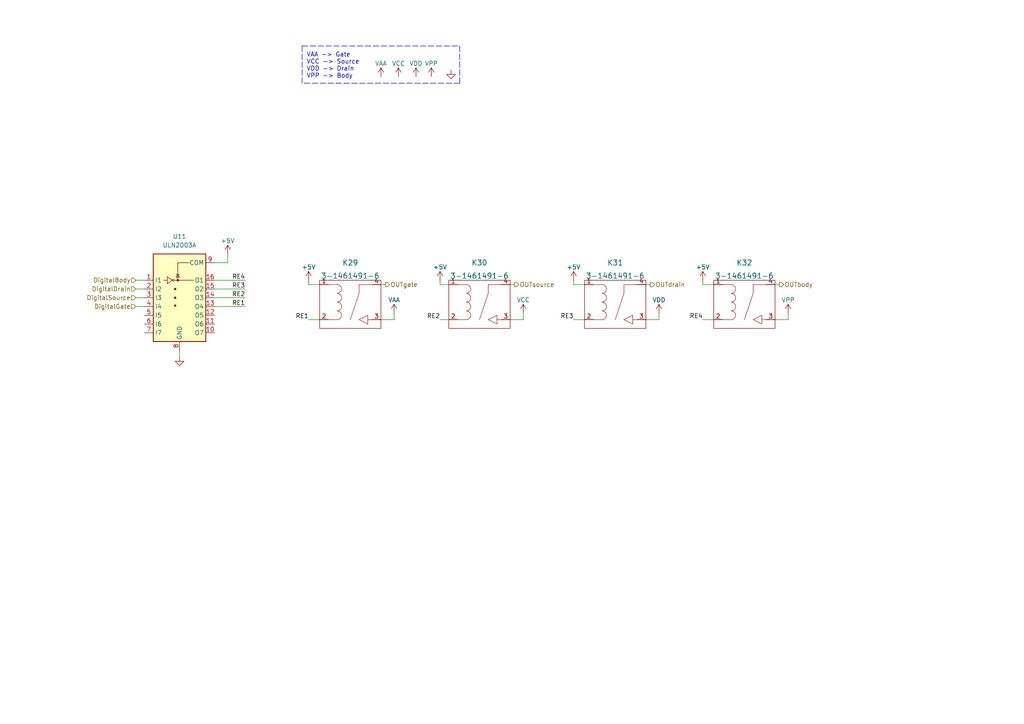
<source format=kicad_sch>
(kicad_sch (version 20211123) (generator eeschema)
  (paper "A4")
  (lib_symbols
    (symbol "IFS_Wire:3-1461491-6" (pin_names (offset 0))
      (property "Reference" "K" (at 20.32 10.16 0))
      (property "Value" "3-1461491-6" (at 20.32 7.62 0))
      (symbol "3-1461491-6_0_0"
        (pin unspecified line (at 15.24 0 0) (length 2.54) (name "") (number "1"))
        (pin unspecified line (at 15.24 -10.16 0) (length 2.54) (name "") (number "2"))
        (pin unspecified line (at 33.02 -10.16 180) (length 2.54) (name "") (number "3"))
        (pin unspecified line (at 33.02 0 180) (length 2.54) (name "") (number "4"))
      )
      (symbol "3-1461491-6_1_1"
        (polyline (pts (xy 17.78 -10.16) (xy 20.32 -10.16)) (stroke (width 0.127)))
        (polyline (pts (xy 17.78 0) (xy 20.32 0)) (stroke (width 0.127)))
        (polyline (pts (xy 24.13 -10.16) (xy 26.67 -2.54)) (stroke (width 0.127)))
        (polyline (pts (xy 26.67 -10.16) (xy 29.21 -8.89)) (stroke (width 0.127)))
        (polyline (pts (xy 26.67 -2.54) (xy 26.67 0)) (stroke (width 0.127)))
        (polyline (pts (xy 26.67 0) (xy 30.48 0)) (stroke (width 0.127)))
        (polyline (pts (xy 29.21 -11.43) (xy 26.67 -10.16)) (stroke (width 0.127)))
        (polyline (pts (xy 29.21 -8.89) (xy 29.21 -11.43)) (stroke (width 0.127)))
        (polyline (pts (xy 30.48 -10.16) (xy 29.21 -10.16)) (stroke (width 0.127)))
        (rectangle (start 15.24 1.27) (end 33.02 -12.7))
        (arc (start 20.32 -10.16) (mid 21.59 -8.89) (end 20.32 -7.62) (stroke (width 0.127)))
        (arc (start 20.32 -7.62) (mid 21.59 -6.35) (end 20.32 -5.08) (stroke (width 0.127)))
        (arc (start 20.32 -5.08) (mid 21.59 -3.81) (end 20.32 -2.54) (stroke (width 0.127)))
        (arc (start 20.32 -2.54) (mid 21.59 -1.27) (end 20.32 0) (stroke (width 0.127)))
      )
    )
    (symbol "Transistor_Array:ULN2003A"
      (property "Reference" "U" (at 0 15.875 0))
      (property "Value" "ULN2003A" (at 0 13.97 0))
      (symbol "ULN2003A_0_1"
        (rectangle (start -7.62 -12.7) (end 7.62 12.7) (stroke (width 0.254)) (fill (type background)))
        (circle (center -1.778 5.08) (radius 0.254))
        (circle (center -1.27 -2.286) (radius 0.254) (fill (type outline)))
        (circle (center -1.27 0) (radius 0.254) (fill (type outline)))
        (circle (center -1.27 2.54) (radius 0.254) (fill (type outline)))
        (circle (center -0.508 5.08) (radius 0.254) (fill (type outline)))
        (polyline (pts (xy -4.572 5.08) (xy -3.556 5.08)))
        (polyline (pts (xy -1.524 5.08) (xy 4.064 5.08)))
        (polyline (pts (xy 0 6.731) (xy -1.016 6.731)))
        (polyline (pts (xy -0.508 5.08) (xy -0.508 10.16) (xy 2.921 10.16)))
        (polyline (pts (xy -3.556 6.096) (xy -3.556 4.064) (xy -2.032 5.08) (xy -3.556 6.096)))
        (polyline (pts (xy 0 5.969) (xy -1.016 5.969) (xy -0.508 6.731) (xy 0 5.969)))
      )
      (symbol "ULN2003A_1_1"
        (pin input line (at -10.16 5.08 0) (length 2.54) (name "I1") (number "1"))
        (pin open_collector line (at 10.16 -10.16 180) (length 2.54) (name "O7") (number "10"))
        (pin open_collector line (at 10.16 -7.62 180) (length 2.54) (name "O6") (number "11"))
        (pin open_collector line (at 10.16 -5.08 180) (length 2.54) (name "O5") (number "12"))
        (pin open_collector line (at 10.16 -2.54 180) (length 2.54) (name "O4") (number "13"))
        (pin open_collector line (at 10.16 0 180) (length 2.54) (name "O3") (number "14"))
        (pin open_collector line (at 10.16 2.54 180) (length 2.54) (name "O2") (number "15"))
        (pin open_collector line (at 10.16 5.08 180) (length 2.54) (name "O1") (number "16"))
        (pin input line (at -10.16 2.54 0) (length 2.54) (name "I2") (number "2"))
        (pin input line (at -10.16 0 0) (length 2.54) (name "I3") (number "3"))
        (pin input line (at -10.16 -2.54 0) (length 2.54) (name "I4") (number "4"))
        (pin input line (at -10.16 -5.08 0) (length 2.54) (name "I5") (number "5"))
        (pin input line (at -10.16 -7.62 0) (length 2.54) (name "I6") (number "6"))
        (pin input line (at -10.16 -10.16 0) (length 2.54) (name "I7") (number "7"))
        (pin power_in line (at 0 -15.24 90) (length 2.54) (name "GND") (number "8"))
        (pin passive line (at 10.16 10.16 180) (length 2.54) (name "COM") (number "9"))
      )
    )
    (symbol "power:+5V" (power) (pin_names (offset 0))
      (property "Value" "+5V" (at 0 3.556 0))
      (symbol "+5V_0_1"
        (polyline (pts (xy -0.762 1.27) (xy 0 2.54)))
        (polyline (pts (xy 0 0) (xy 0 2.54)))
        (polyline (pts (xy 0 2.54) (xy 0.762 1.27)))
      )
      (symbol "+5V_1_1"
        (pin power_in line (at 0 0 90) (length 0) hide (name "+5V") (number "1"))
      )
    )
    (symbol "power:GND" (power) (pin_names (offset 0))
      (property "Value" "GND" (at 0 -3.81 0))
      (symbol "GND_0_1"
        (polyline (pts (xy 0 0) (xy 0 -1.27) (xy 1.27 -1.27) (xy 0 -2.54) (xy -1.27 -1.27) (xy 0 -1.27)))
      )
      (symbol "GND_1_1"
        (pin power_in line (at 0 0 270) (length 0) hide (name "GND") (number "1"))
      )
    )
    (symbol "power:VAA" (power) (pin_names (offset 0))
      (property "Value" "VAA" (at 0 3.81 0))
      (symbol "VAA_0_1"
        (polyline (pts (xy -0.762 1.27) (xy 0 2.54)))
        (polyline (pts (xy 0 0) (xy 0 2.54)))
        (polyline (pts (xy 0 2.54) (xy 0.762 1.27)))
      )
      (symbol "VAA_1_1"
        (pin power_in line (at 0 0 90) (length 0) hide (name "VAA") (number "1"))
      )
    )
    (symbol "power:VCC" (power) (pin_names (offset 0))
      (property "Value" "VCC" (at 0 3.81 0))
      (symbol "VCC_0_1"
        (polyline (pts (xy -0.762 1.27) (xy 0 2.54)))
        (polyline (pts (xy 0 0) (xy 0 2.54)))
        (polyline (pts (xy 0 2.54) (xy 0.762 1.27)))
      )
      (symbol "VCC_1_1"
        (pin power_in line (at 0 0 90) (length 0) hide (name "VCC") (number "1"))
      )
    )
    (symbol "power:VDD" (power) (pin_names (offset 0))
      (property "Value" "VDD" (at 0 3.81 0))
      (symbol "VDD_0_1"
        (polyline (pts (xy -0.762 1.27) (xy 0 2.54)))
        (polyline (pts (xy 0 0) (xy 0 2.54)))
        (polyline (pts (xy 0 2.54) (xy 0.762 1.27)))
      )
      (symbol "VDD_1_1"
        (pin power_in line (at 0 0 90) (length 0) hide (name "VDD") (number "1"))
      )
    )
    (symbol "power:VPP" (power) (pin_names (offset 0))
      (property "Value" "VPP" (at 0 3.81 0))
      (symbol "VPP_0_1"
        (polyline (pts (xy -0.762 1.27) (xy 0 2.54)))
        (polyline (pts (xy 0 0) (xy 0 2.54)))
        (polyline (pts (xy 0 2.54) (xy 0.762 1.27)))
      )
      (symbol "VPP_1_1"
        (pin power_in line (at 0 0 90) (length 0) hide (name "VPP") (number "1"))
      )
    )
  )
  (wire (pts (xy 203.835 92.71) (xy 207.01 92.71)))
  (wire (pts (xy 62.23 86.36) (xy 71.12 86.36)))
  (wire (pts (xy 224.79 82.55) (xy 226.06 82.55)))
  (wire (pts (xy 114.3 90.805) (xy 114.3 92.71)))
  (wire (pts (xy 203.835 82.55) (xy 203.835 81.28)))
  (wire (pts (xy 66.04 73.66) (xy 66.04 76.2)))
  (wire (pts (xy 52.07 101.6) (xy 52.07 103.505)))
  (polyline (pts (xy 133.35 13.335) (xy 133.35 24.13)))
  (wire (pts (xy 166.37 82.55) (xy 166.37 81.28)))
  (wire (pts (xy 127.635 82.55) (xy 130.175 82.55)))
  (wire (pts (xy 89.535 92.71) (xy 92.71 92.71)))
  (wire (pts (xy 62.23 88.9) (xy 71.12 88.9)))
  (wire (pts (xy 151.765 90.805) (xy 151.765 92.71)))
  (wire (pts (xy 39.37 88.9) (xy 41.91 88.9)))
  (wire (pts (xy 39.37 81.28) (xy 41.91 81.28)))
  (wire (pts (xy 89.535 82.55) (xy 89.535 81.28)))
  (wire (pts (xy 39.37 83.82) (xy 41.91 83.82)))
  (wire (pts (xy 127.635 92.71) (xy 130.175 92.71)))
  (wire (pts (xy 151.765 92.71) (xy 147.955 92.71)))
  (wire (pts (xy 166.37 92.71) (xy 169.545 92.71)))
  (wire (pts (xy 191.135 92.71) (xy 187.325 92.71)))
  (wire (pts (xy 89.535 82.55) (xy 92.71 82.55)))
  (wire (pts (xy 62.23 81.28) (xy 71.12 81.28)))
  (polyline (pts (xy 87.63 13.335) (xy 87.63 24.13)))
  (wire (pts (xy 166.37 82.55) (xy 169.545 82.55)))
  (wire (pts (xy 110.49 82.55) (xy 111.76 82.55)))
  (wire (pts (xy 62.23 83.82) (xy 71.12 83.82)))
  (polyline (pts (xy 133.35 24.13) (xy 87.63 24.13)))
  (wire (pts (xy 228.6 90.805) (xy 228.6 92.71)))
  (wire (pts (xy 114.3 92.71) (xy 110.49 92.71)))
  (wire (pts (xy 203.835 82.55) (xy 207.01 82.55)))
  (wire (pts (xy 39.37 86.36) (xy 41.91 86.36)))
  (wire (pts (xy 127.635 82.55) (xy 127.635 81.28)))
  (wire (pts (xy 187.325 82.55) (xy 188.595 82.55)))
  (wire (pts (xy 62.23 76.2) (xy 66.04 76.2)))
  (wire (pts (xy 228.6 92.71) (xy 224.79 92.71)))
  (wire (pts (xy 191.135 90.805) (xy 191.135 92.71)))
  (wire (pts (xy 147.955 82.55) (xy 149.225 82.55)))
  (polyline (pts (xy 87.63 13.335) (xy 133.35 13.335)))
  (text "VAA -> Gate\nVCC -> Source\nVDD -> Drain\nVPP -> Body" (at 88.9 22.86 0) (effects (font (size 1.27 1.27)) (justify left bottom)))
  (label "RE3" (at 71.12 83.82 180))
  (label "RE4" (at 71.12 81.28 180))
  (label "RE4" (at 203.835 92.71 180))
  (label "RE2" (at 127.635 92.71 180))
  (label "RE1" (at 89.535 92.71 180))
  (label "RE1" (at 71.12 88.9 180))
  (label "RE2" (at 71.12 86.36 180))
  (label "RE3" (at 166.37 92.71 180))
  (hierarchical_label "OUTbody" (shape output) (at 226.06 82.55 0))
  (hierarchical_label "DigitalDrain" (shape input) (at 39.37 83.82 180))
  (hierarchical_label "DigitalBody" (shape input) (at 39.37 81.28 180))
  (hierarchical_label "DigitalGate" (shape input) (at 39.37 88.9 180))
  (hierarchical_label "OUTgate" (shape output) (at 111.76 82.55 0))
  (hierarchical_label "DigitalSource" (shape input) (at 39.37 86.36 180))
  (hierarchical_label "OUTsource" (shape output) (at 149.225 82.55 0))
  (hierarchical_label "OUTdrain" (shape output) (at 188.595 82.55 0))
  (symbol (lib_id "Transistor_Array:ULN2003A") (at 52.07 86.36 0)
    (property "Reference" "U11" (at 52.07 68.58 0))
    (property "Value" "ULN2003A" (at 52.07 71.12 0))
    (property "Footprint" "Package_SO:SOIC-16_3.9x9.9mm_P1.27mm" (effects hide))
    (property "Datasheet" "http://www.ti.com/lit/ds/symlink/uln2003a.pdf" (effects hide))
  )
  (symbol (lib_id "power:+5V") (at 166.37 81.28 0)
    (property "Reference" "#PWR0280" (effects hide))
    (property "Value" "+5V" (at 166.37 77.47 0))
  )
  (symbol (lib_id "power:VPP") (at 125.095 22.225 0)
    (property "Reference" "#PWR0284" (effects hide))
    (property "Value" "VPP" (at 125.095 18.415 0))
  )
  (symbol (lib_id "power:VAA") (at 110.49 22.225 0)
    (property "Reference" "#PWR0286" (effects hide))
    (property "Value" "VAA" (at 110.49 18.415 0))
  )
  (symbol (lib_id "power:+5V") (at 66.04 73.66 0)
    (property "Reference" "#PWR0288" (effects hide))
    (property "Value" "+5V" (at 66.04 69.85 0))
  )
  (symbol (lib_id "IFS_Wire:3-1461491-6") (at 191.77 82.55 0)
    (property "Reference" "K32" (at 215.9 76.2 0) (effects (font (size 1.524 1.524))))
    (property "Value" "3-1461491-6" (at 215.9 80.01 0) (effects (font (size 1.524 1.524))))
    (property "Footprint" "IFS-Library:3-1461491-6" (effects hide))
  )
  (symbol (lib_id "IFS_Wire:3-1461491-6") (at 114.935 82.55 0)
    (property "Reference" "K30" (at 139.065 76.2 0) (effects (font (size 1.524 1.524))))
    (property "Value" "3-1461491-6" (at 139.065 80.01 0) (effects (font (size 1.524 1.524))))
    (property "Footprint" "IFS-Library:3-1461491-6" (effects hide))
  )
  (symbol (lib_id "power:+5V") (at 127.635 81.28 0)
    (property "Reference" "#PWR0275" (effects hide))
    (property "Value" "+5V" (at 127.635 77.47 0))
  )
  (symbol (lib_id "power:VDD") (at 120.65 22.225 0)
    (property "Reference" "#PWR0282" (effects hide))
    (property "Value" "VDD" (at 120.65 18.415 0))
  )
  (symbol (lib_id "power:GND") (at 52.07 103.505 0)
    (property "Reference" "#PWR0289" (effects hide))
    (property "Value" "GND" (effects hide))
  )
  (symbol (lib_id "power:+5V") (at 89.535 81.28 0)
    (property "Reference" "#PWR0287" (effects hide))
    (property "Value" "+5V" (at 89.535 77.47 0))
  )
  (symbol (lib_id "IFS_Wire:3-1461491-6") (at 154.305 82.55 0)
    (property "Reference" "K31" (at 178.435 76.2 0) (effects (font (size 1.524 1.524))))
    (property "Value" "3-1461491-6" (at 178.435 80.01 0) (effects (font (size 1.524 1.524))))
    (property "Footprint" "IFS-Library:3-1461491-6" (effects hide))
  )
  (symbol (lib_id "power:VDD") (at 191.135 90.805 0)
    (property "Reference" "#PWR0277" (effects hide))
    (property "Value" "VDD" (at 191.135 86.995 0))
  )
  (symbol (lib_id "IFS_Wire:3-1461491-6") (at 77.47 82.55 0)
    (property "Reference" "K29" (at 101.6 76.2 0) (effects (font (size 1.524 1.524))))
    (property "Value" "3-1461491-6" (at 101.6 80.01 0) (effects (font (size 1.524 1.524))))
    (property "Footprint" "IFS-Library:3-1461491-6" (effects hide))
  )
  (symbol (lib_id "power:VCC") (at 151.765 90.805 0)
    (property "Reference" "#PWR0279" (effects hide))
    (property "Value" "VCC" (at 151.765 86.995 0))
  )
  (symbol (lib_id "power:VCC") (at 115.57 22.225 0)
    (property "Reference" "#PWR0283" (effects hide))
    (property "Value" "VCC" (at 115.57 18.415 0))
  )
  (symbol (lib_id "power:VPP") (at 228.6 90.805 0)
    (property "Reference" "#PWR0276" (effects hide))
    (property "Value" "VPP" (at 228.6 86.995 0))
  )
  (symbol (lib_id "power:+5V") (at 203.835 81.28 0)
    (property "Reference" "#PWR0278" (effects hide))
    (property "Value" "+5V" (at 203.835 77.47 0))
  )
  (symbol (lib_id "power:VAA") (at 114.3 90.805 0)
    (property "Reference" "#PWR0281" (effects hide))
    (property "Value" "VAA" (at 114.3 86.995 0))
  )
  (symbol (lib_id "power:GND") (at 130.81 20.32 0)
    (property "Reference" "#PWR0285" (effects hide))
    (property "Value" "GND" (effects hide))
  )
)
</source>
